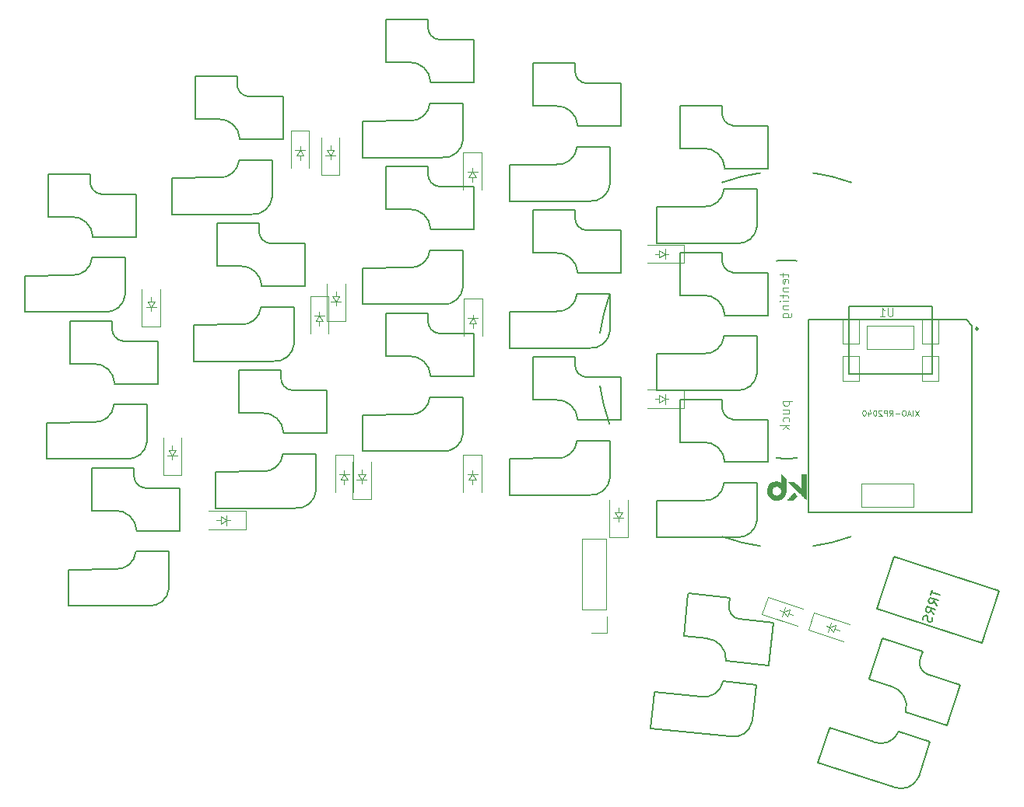
<source format=gbo>
%TF.GenerationSoftware,KiCad,Pcbnew,(6.0.8)*%
%TF.CreationDate,2022-10-28T13:14:18+09:00*%
%TF.ProjectId,selen-full_narrow,73656c65-6e2d-4667-956c-6c5f6e617272,rev?*%
%TF.SameCoordinates,Original*%
%TF.FileFunction,Legend,Bot*%
%TF.FilePolarity,Positive*%
%FSLAX46Y46*%
G04 Gerber Fmt 4.6, Leading zero omitted, Abs format (unit mm)*
G04 Created by KiCad (PCBNEW (6.0.8)) date 2022-10-28 13:14:18*
%MOMM*%
%LPD*%
G01*
G04 APERTURE LIST*
%ADD10C,0.100000*%
%ADD11C,0.150000*%
%ADD12C,0.101600*%
%ADD13C,0.076200*%
%ADD14C,0.120000*%
%ADD15C,0.200000*%
%ADD16C,0.010000*%
%ADD17C,0.127000*%
%ADD18C,0.066040*%
%ADD19C,0.254000*%
G04 APERTURE END LIST*
D10*
%TO.C,REF\u002A\u002A*%
X189181714Y-89778500D02*
X189181714Y-90159452D01*
X188848380Y-89921357D02*
X189705523Y-89921357D01*
X189800761Y-89968976D01*
X189848380Y-90064214D01*
X189848380Y-90159452D01*
X189800761Y-90873738D02*
X189848380Y-90778500D01*
X189848380Y-90588023D01*
X189800761Y-90492785D01*
X189705523Y-90445166D01*
X189324571Y-90445166D01*
X189229333Y-90492785D01*
X189181714Y-90588023D01*
X189181714Y-90778500D01*
X189229333Y-90873738D01*
X189324571Y-90921357D01*
X189419809Y-90921357D01*
X189515047Y-90445166D01*
X189181714Y-91349928D02*
X189848380Y-91349928D01*
X189276952Y-91349928D02*
X189229333Y-91397547D01*
X189181714Y-91492785D01*
X189181714Y-91635642D01*
X189229333Y-91730880D01*
X189324571Y-91778500D01*
X189848380Y-91778500D01*
X189181714Y-92111833D02*
X189181714Y-92492785D01*
X188848380Y-92254690D02*
X189705523Y-92254690D01*
X189800761Y-92302309D01*
X189848380Y-92397547D01*
X189848380Y-92492785D01*
X189848380Y-92826119D02*
X189181714Y-92826119D01*
X188848380Y-92826119D02*
X188896000Y-92778500D01*
X188943619Y-92826119D01*
X188896000Y-92873738D01*
X188848380Y-92826119D01*
X188943619Y-92826119D01*
X189181714Y-93302309D02*
X189848380Y-93302309D01*
X189276952Y-93302309D02*
X189229333Y-93349928D01*
X189181714Y-93445166D01*
X189181714Y-93588023D01*
X189229333Y-93683261D01*
X189324571Y-93730880D01*
X189848380Y-93730880D01*
X189181714Y-94635642D02*
X189991238Y-94635642D01*
X190086476Y-94588023D01*
X190134095Y-94540404D01*
X190181714Y-94445166D01*
X190181714Y-94302309D01*
X190134095Y-94207071D01*
X189800761Y-94635642D02*
X189848380Y-94540404D01*
X189848380Y-94349928D01*
X189800761Y-94254690D01*
X189753142Y-94207071D01*
X189657904Y-94159452D01*
X189372190Y-94159452D01*
X189276952Y-94207071D01*
X189229333Y-94254690D01*
X189181714Y-94349928D01*
X189181714Y-94540404D01*
X189229333Y-94635642D01*
X189245214Y-103732500D02*
X190245214Y-103732500D01*
X189292833Y-103732500D02*
X189245214Y-103827738D01*
X189245214Y-104018214D01*
X189292833Y-104113452D01*
X189340452Y-104161071D01*
X189435690Y-104208690D01*
X189721404Y-104208690D01*
X189816642Y-104161071D01*
X189864261Y-104113452D01*
X189911880Y-104018214D01*
X189911880Y-103827738D01*
X189864261Y-103732500D01*
X189245214Y-105065833D02*
X189911880Y-105065833D01*
X189245214Y-104637261D02*
X189769023Y-104637261D01*
X189864261Y-104684880D01*
X189911880Y-104780119D01*
X189911880Y-104922976D01*
X189864261Y-105018214D01*
X189816642Y-105065833D01*
X189864261Y-105970595D02*
X189911880Y-105875357D01*
X189911880Y-105684880D01*
X189864261Y-105589642D01*
X189816642Y-105542023D01*
X189721404Y-105494404D01*
X189435690Y-105494404D01*
X189340452Y-105542023D01*
X189292833Y-105589642D01*
X189245214Y-105684880D01*
X189245214Y-105875357D01*
X189292833Y-105970595D01*
X189911880Y-106399166D02*
X188911880Y-106399166D01*
X189530928Y-106494404D02*
X189911880Y-106780119D01*
X189245214Y-106780119D02*
X189626166Y-106399166D01*
D11*
%TO.C,J1*%
X205488242Y-124274403D02*
X205311661Y-124817864D01*
X206351008Y-124855150D02*
X205399952Y-124546133D01*
X205983131Y-125987360D02*
X205633253Y-125523191D01*
X206159712Y-125443900D02*
X205208656Y-125134883D01*
X205090935Y-125497190D01*
X205106793Y-125602482D01*
X205137366Y-125662485D01*
X205213228Y-125737204D01*
X205349093Y-125781349D01*
X205454385Y-125765491D01*
X205514389Y-125734918D01*
X205589107Y-125659056D01*
X205706828Y-125296749D01*
X205674114Y-126938417D02*
X205324236Y-126474247D01*
X205850695Y-126394956D02*
X204899639Y-126085939D01*
X204781918Y-126448246D01*
X204797776Y-126553538D01*
X204828349Y-126613542D01*
X204904211Y-126688260D01*
X205040076Y-126732406D01*
X205145368Y-126716547D01*
X205205372Y-126685974D01*
X205280090Y-126610112D01*
X205397811Y-126247805D01*
X205511105Y-127286009D02*
X205512248Y-127436589D01*
X205438672Y-127663031D01*
X205363954Y-127738893D01*
X205303950Y-127769467D01*
X205198658Y-127785325D01*
X205108082Y-127755895D01*
X205032220Y-127681176D01*
X205001647Y-127621172D01*
X204985788Y-127515881D01*
X204999360Y-127320012D01*
X204983502Y-127214720D01*
X204952929Y-127154716D01*
X204877067Y-127079998D01*
X204786490Y-127050568D01*
X204681198Y-127066426D01*
X204621195Y-127096999D01*
X204546476Y-127172861D01*
X204472901Y-127399303D01*
X204474044Y-127549883D01*
D12*
%TO.C,U1*%
X201181017Y-93581782D02*
X201181017Y-94301449D01*
X201138684Y-94386116D01*
X201096350Y-94428449D01*
X201011684Y-94470782D01*
X200842350Y-94470782D01*
X200757684Y-94428449D01*
X200715350Y-94386116D01*
X200673017Y-94301449D01*
X200673017Y-93581782D01*
X199784017Y-94470782D02*
X200292017Y-94470782D01*
X200038017Y-94470782D02*
X200038017Y-93581782D01*
X200122684Y-93708782D01*
X200207350Y-93793449D01*
X200292017Y-93835782D01*
D13*
X204025212Y-104720287D02*
X203618812Y-105329887D01*
X203618812Y-104720287D02*
X204025212Y-105329887D01*
X203386584Y-105329887D02*
X203386584Y-104720287D01*
X203125326Y-105155716D02*
X202835041Y-105155716D01*
X203183384Y-105329887D02*
X202980184Y-104720287D01*
X202776984Y-105329887D01*
X202457669Y-104720287D02*
X202341555Y-104720287D01*
X202283498Y-104749316D01*
X202225441Y-104807373D01*
X202196412Y-104923487D01*
X202196412Y-105126687D01*
X202225441Y-105242801D01*
X202283498Y-105300858D01*
X202341555Y-105329887D01*
X202457669Y-105329887D01*
X202515726Y-105300858D01*
X202573784Y-105242801D01*
X202602812Y-105126687D01*
X202602812Y-104923487D01*
X202573784Y-104807373D01*
X202515726Y-104749316D01*
X202457669Y-104720287D01*
X201935155Y-105097658D02*
X201470698Y-105097658D01*
X200832069Y-105329887D02*
X201035269Y-105039601D01*
X201180412Y-105329887D02*
X201180412Y-104720287D01*
X200948184Y-104720287D01*
X200890126Y-104749316D01*
X200861098Y-104778344D01*
X200832069Y-104836401D01*
X200832069Y-104923487D01*
X200861098Y-104981544D01*
X200890126Y-105010573D01*
X200948184Y-105039601D01*
X201180412Y-105039601D01*
X200570812Y-105329887D02*
X200570812Y-104720287D01*
X200338584Y-104720287D01*
X200280526Y-104749316D01*
X200251498Y-104778344D01*
X200222469Y-104836401D01*
X200222469Y-104923487D01*
X200251498Y-104981544D01*
X200280526Y-105010573D01*
X200338584Y-105039601D01*
X200570812Y-105039601D01*
X199990241Y-104778344D02*
X199961212Y-104749316D01*
X199903155Y-104720287D01*
X199758012Y-104720287D01*
X199699955Y-104749316D01*
X199670926Y-104778344D01*
X199641898Y-104836401D01*
X199641898Y-104894458D01*
X199670926Y-104981544D01*
X200019269Y-105329887D01*
X199641898Y-105329887D01*
X199264526Y-104720287D02*
X199206469Y-104720287D01*
X199148412Y-104749316D01*
X199119384Y-104778344D01*
X199090355Y-104836401D01*
X199061326Y-104952516D01*
X199061326Y-105097658D01*
X199090355Y-105213773D01*
X199119384Y-105271830D01*
X199148412Y-105300858D01*
X199206469Y-105329887D01*
X199264526Y-105329887D01*
X199322584Y-105300858D01*
X199351612Y-105271830D01*
X199380641Y-105213773D01*
X199409669Y-105097658D01*
X199409669Y-104952516D01*
X199380641Y-104836401D01*
X199351612Y-104778344D01*
X199322584Y-104749316D01*
X199264526Y-104720287D01*
X198538812Y-104923487D02*
X198538812Y-105329887D01*
X198683955Y-104691258D02*
X198829098Y-105126687D01*
X198451726Y-105126687D01*
X198103384Y-104720287D02*
X198045326Y-104720287D01*
X197987269Y-104749316D01*
X197958241Y-104778344D01*
X197929212Y-104836401D01*
X197900184Y-104952516D01*
X197900184Y-105097658D01*
X197929212Y-105213773D01*
X197958241Y-105271830D01*
X197987269Y-105300858D01*
X198045326Y-105329887D01*
X198103384Y-105329887D01*
X198161441Y-105300858D01*
X198190469Y-105271830D01*
X198219498Y-105213773D01*
X198248526Y-105097658D01*
X198248526Y-104952516D01*
X198219498Y-104836401D01*
X198190469Y-104778344D01*
X198161441Y-104749316D01*
X198103384Y-104720287D01*
D14*
%TO.C,D9*%
X154500000Y-92600000D02*
X154500000Y-96650000D01*
X155500000Y-94700000D02*
X155500000Y-94300000D01*
X156500000Y-92600000D02*
X156500000Y-96650000D01*
X155900000Y-95300000D02*
X155100000Y-95300000D01*
X155100000Y-95300000D02*
X155500000Y-94700000D01*
X155500000Y-94700000D02*
X155900000Y-95300000D01*
X156050000Y-94700000D02*
X154950000Y-94700000D01*
X156500000Y-92600000D02*
X154500000Y-92600000D01*
X155500000Y-95300000D02*
X155500000Y-95800000D01*
%TO.C,D4*%
X155448000Y-78772000D02*
X155848000Y-79372000D01*
X155448000Y-79372000D02*
X155448000Y-79872000D01*
X156448000Y-76672000D02*
X154448000Y-76672000D01*
X155998000Y-78772000D02*
X154898000Y-78772000D01*
X155448000Y-78772000D02*
X155448000Y-78372000D01*
X155848000Y-79372000D02*
X155048000Y-79372000D01*
X156448000Y-76672000D02*
X156448000Y-80722000D01*
X155048000Y-79372000D02*
X155448000Y-78772000D01*
X154448000Y-76672000D02*
X154448000Y-80722000D01*
%TO.C,D12*%
X142500000Y-109600000D02*
X142500000Y-113650000D01*
X141500000Y-112300000D02*
X141500000Y-112800000D01*
X141500000Y-111700000D02*
X141900000Y-112300000D01*
X142500000Y-109600000D02*
X140500000Y-109600000D01*
X140500000Y-109600000D02*
X140500000Y-113650000D01*
X141900000Y-112300000D02*
X141100000Y-112300000D01*
X141100000Y-112300000D02*
X141500000Y-111700000D01*
X141500000Y-111700000D02*
X141500000Y-111300000D01*
X142050000Y-111700000D02*
X140950000Y-111700000D01*
%TO.C,D17*%
X192632579Y-126751072D02*
X196484358Y-128002591D01*
X192014545Y-128653185D02*
X195866324Y-129904704D01*
X194490740Y-127827983D02*
X194150822Y-128874145D01*
X194767808Y-128916897D02*
X194320781Y-128351064D01*
X194320781Y-128351064D02*
X195015022Y-128156051D01*
X192632579Y-126751072D02*
X192014545Y-128653185D01*
X194891415Y-128536474D02*
X195366943Y-128690983D01*
X195015022Y-128156051D02*
X194767808Y-128916897D01*
X194320781Y-128351064D02*
X193940358Y-128227457D01*
D11*
%TO.C,SW1*%
X106778000Y-90071500D02*
X111828000Y-90025500D01*
X115078000Y-81196500D02*
X118853000Y-81196500D01*
X109303000Y-83646500D02*
X111853000Y-83646500D01*
X109303000Y-78996500D02*
X113853000Y-78996500D01*
X113858000Y-79721500D02*
X113858000Y-79021500D01*
X114153000Y-85846500D02*
X118853000Y-85846500D01*
X106778000Y-90117500D02*
X106778000Y-94025500D01*
X117678000Y-88117500D02*
X114068000Y-88117500D01*
X117678000Y-92071500D02*
X117678000Y-88126500D01*
X109278000Y-83621500D02*
X109278000Y-79021500D01*
X118853000Y-85821500D02*
X118878000Y-81221500D01*
X106778000Y-94025500D02*
X115403000Y-94025500D01*
X111803000Y-90021500D02*
G75*
G03*
X114063000Y-88141500I190000J2070000D01*
G01*
X113858000Y-79771500D02*
G75*
G03*
X115078000Y-81191500I1320000J-100000D01*
G01*
X114148000Y-85821500D02*
G75*
G03*
X111778000Y-83651500I-2270000J-100000D01*
G01*
X115403000Y-94025500D02*
G75*
G03*
X117667000Y-92141500I190000J2074000D01*
G01*
%TO.C,SW13*%
X154441000Y-107243750D02*
X154441000Y-103298750D01*
X143541000Y-105289750D02*
X143541000Y-109197750D01*
X146041000Y-98793750D02*
X146041000Y-94193750D01*
X154441000Y-103289750D02*
X150831000Y-103289750D01*
X146066000Y-94168750D02*
X150616000Y-94168750D01*
X143541000Y-105243750D02*
X148591000Y-105197750D01*
X155616000Y-100993750D02*
X155641000Y-96393750D01*
X146066000Y-98818750D02*
X148616000Y-98818750D01*
X143541000Y-109197750D02*
X152166000Y-109197750D01*
X151841000Y-96368750D02*
X155616000Y-96368750D01*
X150621000Y-94893750D02*
X150621000Y-94193750D01*
X150916000Y-101018750D02*
X155616000Y-101018750D01*
X148566000Y-105193750D02*
G75*
G03*
X150826000Y-103313750I190000J2070000D01*
G01*
X150621000Y-94943750D02*
G75*
G03*
X151841000Y-96363750I1320000J-100000D01*
G01*
X150911000Y-100993750D02*
G75*
G03*
X148541000Y-98823750I-2270000J-100000D01*
G01*
X152166000Y-109197750D02*
G75*
G03*
X154430000Y-107313750I190000J2074000D01*
G01*
D14*
%TO.C,D15*%
X170800000Y-116450000D02*
X171900000Y-116450000D01*
X170950000Y-115850000D02*
X171750000Y-115850000D01*
X170350000Y-118550000D02*
X170350000Y-114500000D01*
X171750000Y-115850000D02*
X171350000Y-116450000D01*
X171350000Y-116450000D02*
X170950000Y-115850000D01*
X170350000Y-118550000D02*
X172350000Y-118550000D01*
X171350000Y-115850000D02*
X171350000Y-115350000D01*
X172350000Y-118550000D02*
X172350000Y-114500000D01*
X171350000Y-116450000D02*
X171350000Y-116850000D01*
%TO.C,D8*%
X140600000Y-92900000D02*
X140200000Y-92300000D01*
X141600000Y-95000000D02*
X141600000Y-90950000D01*
X140600000Y-92900000D02*
X140600000Y-93300000D01*
X140600000Y-92300000D02*
X140600000Y-91800000D01*
X140050000Y-92900000D02*
X141150000Y-92900000D01*
X139600000Y-95000000D02*
X139600000Y-90950000D01*
X140200000Y-92300000D02*
X141000000Y-92300000D01*
X141000000Y-92300000D02*
X140600000Y-92900000D01*
X139600000Y-95000000D02*
X141600000Y-95000000D01*
%TO.C,J2*%
X167350000Y-118700000D02*
X170000000Y-118700000D01*
X170000000Y-118700000D02*
X170000000Y-126400000D01*
X170050000Y-128950000D02*
X168400000Y-128950000D01*
X170050000Y-127150000D02*
X170050000Y-128950000D01*
X167400000Y-126400000D02*
X167400000Y-118700000D01*
X170000000Y-126400000D02*
X167400000Y-126400000D01*
D11*
%TO.C,SW7*%
X136059750Y-93481000D02*
X132449750Y-93481000D01*
X127684750Y-84360000D02*
X132234750Y-84360000D01*
X137234750Y-91185000D02*
X137259750Y-86585000D01*
X127684750Y-89010000D02*
X130234750Y-89010000D01*
X136059750Y-97435000D02*
X136059750Y-93490000D01*
X132534750Y-91210000D02*
X137234750Y-91210000D01*
X125159750Y-99389000D02*
X133784750Y-99389000D01*
X133459750Y-86560000D02*
X137234750Y-86560000D01*
X127659750Y-88985000D02*
X127659750Y-84385000D01*
X125159750Y-95481000D02*
X125159750Y-99389000D01*
X132239750Y-85085000D02*
X132239750Y-84385000D01*
X125159750Y-95435000D02*
X130209750Y-95389000D01*
X130184750Y-95385000D02*
G75*
G03*
X132444750Y-93505000I190000J2070000D01*
G01*
X132239750Y-85135000D02*
G75*
G03*
X133459750Y-86555000I1320000J-100000D01*
G01*
X132529750Y-91185000D02*
G75*
G03*
X130159750Y-89015000I-2270000J-100000D01*
G01*
X133784750Y-99389000D02*
G75*
G03*
X136048750Y-97505000I190000J2074000D01*
G01*
D14*
%TO.C,D11*%
X128700000Y-116700000D02*
X129100000Y-116700000D01*
X128100000Y-117100000D02*
X128100000Y-116300000D01*
X130800000Y-117700000D02*
X130800000Y-115700000D01*
X128100000Y-116700000D02*
X127600000Y-116700000D01*
X128100000Y-116300000D02*
X128700000Y-116700000D01*
X128700000Y-116700000D02*
X128100000Y-117100000D01*
X130800000Y-115700000D02*
X126750000Y-115700000D01*
X128700000Y-117250000D02*
X128700000Y-116150000D01*
X130800000Y-117700000D02*
X126750000Y-117700000D01*
D11*
%TO.C,SW6*%
X111659750Y-99621500D02*
X111659750Y-95021500D01*
X120059750Y-108071500D02*
X120059750Y-104126500D01*
X111684750Y-99646500D02*
X114234750Y-99646500D01*
X116534750Y-101846500D02*
X121234750Y-101846500D01*
X111684750Y-94996500D02*
X116234750Y-94996500D01*
X116239750Y-95721500D02*
X116239750Y-95021500D01*
X121234750Y-101821500D02*
X121259750Y-97221500D01*
X109159750Y-106117500D02*
X109159750Y-110025500D01*
X109159750Y-106071500D02*
X114209750Y-106025500D01*
X109159750Y-110025500D02*
X117784750Y-110025500D01*
X117459750Y-97196500D02*
X121234750Y-97196500D01*
X120059750Y-104117500D02*
X116449750Y-104117500D01*
X117784750Y-110025500D02*
G75*
G03*
X120048750Y-108141500I190000J2074000D01*
G01*
X116239750Y-95771500D02*
G75*
G03*
X117459750Y-97191500I1320000J-100000D01*
G01*
X114184750Y-106021500D02*
G75*
G03*
X116444750Y-104141500I190000J2070000D01*
G01*
X116529750Y-101821500D02*
G75*
G03*
X114159750Y-99651500I-2270000J-100000D01*
G01*
%TO.C,SW11*%
X123616000Y-117821250D02*
X123641000Y-113221250D01*
X122441000Y-120117250D02*
X118831000Y-120117250D01*
X118916000Y-117846250D02*
X123616000Y-117846250D01*
X114066000Y-110996250D02*
X118616000Y-110996250D01*
X111541000Y-126025250D02*
X120166000Y-126025250D01*
X114041000Y-115621250D02*
X114041000Y-111021250D01*
X111541000Y-122071250D02*
X116591000Y-122025250D01*
X119841000Y-113196250D02*
X123616000Y-113196250D01*
X122441000Y-124071250D02*
X122441000Y-120126250D01*
X114066000Y-115646250D02*
X116616000Y-115646250D01*
X118621000Y-111721250D02*
X118621000Y-111021250D01*
X111541000Y-122117250D02*
X111541000Y-126025250D01*
X118911000Y-117821250D02*
G75*
G03*
X116541000Y-115651250I-2270000J-100000D01*
G01*
X120166000Y-126025250D02*
G75*
G03*
X122430000Y-124141250I190000J2074000D01*
G01*
X116566000Y-122021250D02*
G75*
G03*
X118826000Y-120141250I190000J2070000D01*
G01*
X118621000Y-111771250D02*
G75*
G03*
X119841000Y-113191250I1320000J-100000D01*
G01*
%TO.C,SW8*%
X146066000Y-78168750D02*
X150616000Y-78168750D01*
X150916000Y-85018750D02*
X155616000Y-85018750D01*
X143541000Y-89243750D02*
X148591000Y-89197750D01*
X143541000Y-89289750D02*
X143541000Y-93197750D01*
X151841000Y-80368750D02*
X155616000Y-80368750D01*
X154441000Y-91243750D02*
X154441000Y-87298750D01*
X150621000Y-78893750D02*
X150621000Y-78193750D01*
X155616000Y-84993750D02*
X155641000Y-80393750D01*
X143541000Y-93197750D02*
X152166000Y-93197750D01*
X146041000Y-82793750D02*
X146041000Y-78193750D01*
X154441000Y-87289750D02*
X150831000Y-87289750D01*
X146066000Y-82818750D02*
X148616000Y-82818750D01*
X152166000Y-93197750D02*
G75*
G03*
X154430000Y-91313750I190000J2074000D01*
G01*
X150621000Y-78943750D02*
G75*
G03*
X151841000Y-80363750I1320000J-100000D01*
G01*
X150911000Y-84993750D02*
G75*
G03*
X148541000Y-82823750I-2270000J-100000D01*
G01*
X148566000Y-89193750D02*
G75*
G03*
X150826000Y-87313750I190000J2070000D01*
G01*
%TO.C,SW10*%
X175540000Y-102563750D02*
X184165000Y-102563750D01*
X178040000Y-92159750D02*
X178040000Y-87559750D01*
X178065000Y-87534750D02*
X182615000Y-87534750D01*
X186440000Y-96655750D02*
X182830000Y-96655750D01*
X182620000Y-88259750D02*
X182620000Y-87559750D01*
X175540000Y-98655750D02*
X175540000Y-102563750D01*
X182915000Y-94384750D02*
X187615000Y-94384750D01*
X187615000Y-94359750D02*
X187640000Y-89759750D01*
X178065000Y-92184750D02*
X180615000Y-92184750D01*
X186440000Y-100609750D02*
X186440000Y-96664750D01*
X183840000Y-89734750D02*
X187615000Y-89734750D01*
X175540000Y-98609750D02*
X180590000Y-98563750D01*
X180565000Y-98559750D02*
G75*
G03*
X182825000Y-96679750I190000J2070000D01*
G01*
X184165000Y-102563750D02*
G75*
G03*
X186429000Y-100679750I190000J2074000D01*
G01*
X182910000Y-94359750D02*
G75*
G03*
X180540000Y-92189750I-2270000J-100000D01*
G01*
X182620000Y-88309750D02*
G75*
G03*
X183840000Y-89729750I1320000J-100000D01*
G01*
%TO.C,SW15*%
X182620000Y-104260000D02*
X182620000Y-103560000D01*
X178065000Y-108185000D02*
X180615000Y-108185000D01*
X178040000Y-108160000D02*
X178040000Y-103560000D01*
X175540000Y-114656000D02*
X175540000Y-118564000D01*
X183840000Y-105735000D02*
X187615000Y-105735000D01*
X186440000Y-112656000D02*
X182830000Y-112656000D01*
X182915000Y-110385000D02*
X187615000Y-110385000D01*
X175540000Y-118564000D02*
X184165000Y-118564000D01*
X187615000Y-110360000D02*
X187640000Y-105760000D01*
X178065000Y-103535000D02*
X182615000Y-103535000D01*
X175540000Y-114610000D02*
X180590000Y-114564000D01*
X186440000Y-116610000D02*
X186440000Y-112665000D01*
X182910000Y-110360000D02*
G75*
G03*
X180540000Y-108190000I-2270000J-100000D01*
G01*
X184165000Y-118564000D02*
G75*
G03*
X186429000Y-116680000I190000J2074000D01*
G01*
X180565000Y-114560000D02*
G75*
G03*
X182825000Y-112680000I190000J2070000D01*
G01*
X182620000Y-104310000D02*
G75*
G03*
X183840000Y-105730000I1320000J-100000D01*
G01*
%TO.C,SW3*%
X146041000Y-66793750D02*
X146041000Y-62193750D01*
X151841000Y-64368750D02*
X155616000Y-64368750D01*
X154441000Y-75243750D02*
X154441000Y-71298750D01*
X146066000Y-62168750D02*
X150616000Y-62168750D01*
X146066000Y-66818750D02*
X148616000Y-66818750D01*
X150621000Y-62893750D02*
X150621000Y-62193750D01*
X143541000Y-73243750D02*
X148591000Y-73197750D01*
X143541000Y-73289750D02*
X143541000Y-77197750D01*
X143541000Y-77197750D02*
X152166000Y-77197750D01*
X154441000Y-71289750D02*
X150831000Y-71289750D01*
X155616000Y-68993750D02*
X155641000Y-64393750D01*
X150916000Y-69018750D02*
X155616000Y-69018750D01*
X148566000Y-73193750D02*
G75*
G03*
X150826000Y-71313750I190000J2070000D01*
G01*
X152166000Y-77197750D02*
G75*
G03*
X154430000Y-75313750I190000J2074000D01*
G01*
X150621000Y-62943750D02*
G75*
G03*
X151841000Y-64363750I1320000J-100000D01*
G01*
X150911000Y-68993750D02*
G75*
G03*
X148541000Y-66823750I-2270000J-100000D01*
G01*
%TO.C,SW16*%
X186312926Y-134625297D02*
X182722702Y-134247949D01*
X174855083Y-139361572D02*
X183432835Y-140263130D01*
X175268389Y-135429233D02*
X180295533Y-135911354D01*
X187721487Y-132464696D02*
X188227181Y-127892508D01*
X175263580Y-135474981D02*
X174855083Y-139361572D01*
X183044621Y-131998275D02*
X187718873Y-132489559D01*
X183391473Y-125875993D02*
X183464643Y-125179827D01*
X184450611Y-127470437D02*
X188204931Y-127865032D01*
X178937209Y-124678837D02*
X183462284Y-125154442D01*
X185899621Y-138557637D02*
X186311985Y-134634248D01*
X178428902Y-129275888D02*
X178909733Y-124701087D01*
X178451152Y-129303364D02*
X180987183Y-129569912D01*
X183432835Y-140263130D02*
G75*
G03*
X185881364Y-138626104I405751J2042778D01*
G01*
X183042261Y-131972889D02*
G75*
G03*
X180912071Y-129567045I-2268017J137827D01*
G01*
X180271088Y-135904762D02*
G75*
G03*
X182715221Y-134271295I405333J2038800D01*
G01*
X183386247Y-125925719D02*
G75*
G03*
X184451133Y-127465465I1302316J-237430D01*
G01*
D14*
%TO.C,D3*%
X141000000Y-79100000D02*
X141000000Y-75050000D01*
X140400000Y-76400000D02*
X140000000Y-77000000D01*
X140000000Y-77000000D02*
X139600000Y-76400000D01*
X139000000Y-79100000D02*
X141000000Y-79100000D01*
X139600000Y-76400000D02*
X140400000Y-76400000D01*
X139450000Y-77000000D02*
X140550000Y-77000000D01*
X140000000Y-76400000D02*
X140000000Y-75900000D01*
X140000000Y-77000000D02*
X140000000Y-77400000D01*
X139000000Y-79100000D02*
X139000000Y-75050000D01*
%TO.C,D5*%
X175800000Y-87700000D02*
X175300000Y-87700000D01*
X176400000Y-88250000D02*
X176400000Y-87150000D01*
X175800000Y-88100000D02*
X175800000Y-87300000D01*
X178500000Y-88700000D02*
X174450000Y-88700000D01*
X175800000Y-87300000D02*
X176400000Y-87700000D01*
X176400000Y-87700000D02*
X176800000Y-87700000D01*
X178500000Y-86700000D02*
X174450000Y-86700000D01*
X178500000Y-88700000D02*
X178500000Y-86700000D01*
X176400000Y-87700000D02*
X175800000Y-88100000D01*
%TO.C,D1*%
X120100000Y-92900000D02*
X120900000Y-92900000D01*
X120500000Y-93500000D02*
X120100000Y-92900000D01*
X120500000Y-92900000D02*
X120500000Y-92400000D01*
X119500000Y-95600000D02*
X119500000Y-91550000D01*
X120500000Y-93500000D02*
X120500000Y-93900000D01*
X119950000Y-93500000D02*
X121050000Y-93500000D01*
X120900000Y-92900000D02*
X120500000Y-93500000D01*
X119500000Y-95600000D02*
X121500000Y-95600000D01*
X121500000Y-95600000D02*
X121500000Y-91550000D01*
D11*
%TO.C,SW2*%
X129858500Y-69085000D02*
X129858500Y-68385000D01*
X125303500Y-68360000D02*
X129853500Y-68360000D01*
X122778500Y-79435000D02*
X127828500Y-79389000D01*
X133678500Y-81435000D02*
X133678500Y-77490000D01*
X131078500Y-70560000D02*
X134853500Y-70560000D01*
X122778500Y-83389000D02*
X131403500Y-83389000D01*
X125303500Y-73010000D02*
X127853500Y-73010000D01*
X130153500Y-75210000D02*
X134853500Y-75210000D01*
X122778500Y-79481000D02*
X122778500Y-83389000D01*
X133678500Y-77481000D02*
X130068500Y-77481000D01*
X134853500Y-75185000D02*
X134878500Y-70585000D01*
X125278500Y-72985000D02*
X125278500Y-68385000D01*
X129858500Y-69135000D02*
G75*
G03*
X131078500Y-70555000I1320000J-100000D01*
G01*
X130148500Y-75185000D02*
G75*
G03*
X127778500Y-73015000I-2270000J-100000D01*
G01*
X127803500Y-79385000D02*
G75*
G03*
X130063500Y-77505000I190000J2070000D01*
G01*
X131403500Y-83389000D02*
G75*
G03*
X133667500Y-81505000I190000J2074000D01*
G01*
D15*
%TO.C,REF\u002A\u002A*%
X169329999Y-102057500D02*
G75*
G03*
X170363865Y-106208046I20320001J2857500D01*
G01*
X188521615Y-109935864D02*
G75*
G03*
X189650000Y-109995000I1128379J10735785D01*
G01*
X196658049Y-79913867D02*
G75*
G03*
X192507500Y-78880000I-7008049J-19286133D01*
G01*
X189650000Y-109995001D02*
G75*
G03*
X190778385Y-109935864I0J10794901D01*
G01*
X170363865Y-92191956D02*
G75*
G03*
X169330000Y-96342500I19286255J-7008074D01*
G01*
X182641955Y-118486135D02*
G75*
G03*
X186792500Y-119520000I7008045J19286135D01*
G01*
X189650000Y-88405000D02*
G75*
G03*
X188521615Y-88464136I-6J-10794921D01*
G01*
X190778385Y-88464137D02*
G75*
G03*
X189650000Y-88405000I-1128385J-10735763D01*
G01*
X186792500Y-78879999D02*
G75*
G03*
X182641954Y-79913865I2857500J-20320001D01*
G01*
X192507500Y-119520000D02*
G75*
G03*
X196658045Y-118486135I-2857506J20320019D01*
G01*
G36*
X189527717Y-113630364D02*
G01*
X189525104Y-113658759D01*
X189516235Y-113705209D01*
X189478682Y-113832369D01*
X189423516Y-113958232D01*
X189353824Y-114076414D01*
X189272693Y-114180534D01*
X189264299Y-114189700D01*
X189155987Y-114290026D01*
X189033567Y-114374023D01*
X188900394Y-114440002D01*
X188759826Y-114486277D01*
X188615218Y-114511158D01*
X188514972Y-114515641D01*
X188366551Y-114504242D01*
X188223132Y-114471989D01*
X188086896Y-114419966D01*
X187960021Y-114349252D01*
X187844688Y-114260930D01*
X187743075Y-114156081D01*
X187657363Y-114035788D01*
X187600108Y-113928869D01*
X187546963Y-113789633D01*
X187515607Y-113645069D01*
X187509103Y-113548705D01*
X188004342Y-113548705D01*
X188004624Y-113553995D01*
X188008942Y-113609298D01*
X188016299Y-113651590D01*
X188028944Y-113690198D01*
X188049125Y-113734444D01*
X188070613Y-113772771D01*
X188112098Y-113831565D01*
X188160155Y-113887021D01*
X188209478Y-113933215D01*
X188254764Y-113964219D01*
X188270931Y-113971995D01*
X188311836Y-113989355D01*
X188354833Y-114005441D01*
X188427660Y-114024729D01*
X188531361Y-114033250D01*
X188632902Y-114020456D01*
X188729688Y-113987324D01*
X188819120Y-113934831D01*
X188898601Y-113863954D01*
X188965535Y-113775671D01*
X188994189Y-113721526D01*
X189024621Y-113627507D01*
X189035193Y-113529958D01*
X189026887Y-113432010D01*
X189000685Y-113336797D01*
X188957572Y-113247450D01*
X188898529Y-113167104D01*
X188824539Y-113098890D01*
X188736587Y-113045941D01*
X188722584Y-113039655D01*
X188624238Y-113009030D01*
X188522886Y-112998848D01*
X188421982Y-113008168D01*
X188324983Y-113036046D01*
X188235347Y-113081542D01*
X188156530Y-113143712D01*
X188091988Y-113221616D01*
X188074218Y-113250145D01*
X188030566Y-113343568D01*
X188007710Y-113441460D01*
X188004342Y-113548705D01*
X187509103Y-113548705D01*
X187505316Y-113492591D01*
X187508877Y-113402921D01*
X187531558Y-113252642D01*
X187574310Y-113110673D01*
X187636120Y-112978688D01*
X187715978Y-112858363D01*
X187812872Y-112751374D01*
X187925792Y-112659394D01*
X188053725Y-112584101D01*
X188123576Y-112551462D01*
X188198714Y-112522245D01*
X188270366Y-112502753D01*
X188346849Y-112490816D01*
X188436484Y-112484264D01*
X188454296Y-112483596D01*
X188593497Y-112490034D01*
X188723880Y-112517710D01*
X188846096Y-112566814D01*
X188960793Y-112637536D01*
X188984927Y-112654738D01*
X189009773Y-112671081D01*
X189022204Y-112677395D01*
X189023112Y-112673365D01*
X189024561Y-112649558D01*
X189025888Y-112606435D01*
X189027057Y-112546360D01*
X189028033Y-112471698D01*
X189028783Y-112384812D01*
X189029272Y-112288067D01*
X189029464Y-112183827D01*
X189029612Y-111690259D01*
X189537316Y-112200285D01*
X189537229Y-112891999D01*
X189537226Y-112903735D01*
X189536965Y-113054209D01*
X189536301Y-113191481D01*
X189535257Y-113314137D01*
X189533854Y-113420766D01*
X189532115Y-113509955D01*
X189531531Y-113529958D01*
X189530062Y-113580292D01*
X189527717Y-113630364D01*
G37*
D16*
X189527717Y-113630364D02*
X189525104Y-113658759D01*
X189516235Y-113705209D01*
X189478682Y-113832369D01*
X189423516Y-113958232D01*
X189353824Y-114076414D01*
X189272693Y-114180534D01*
X189264299Y-114189700D01*
X189155987Y-114290026D01*
X189033567Y-114374023D01*
X188900394Y-114440002D01*
X188759826Y-114486277D01*
X188615218Y-114511158D01*
X188514972Y-114515641D01*
X188366551Y-114504242D01*
X188223132Y-114471989D01*
X188086896Y-114419966D01*
X187960021Y-114349252D01*
X187844688Y-114260930D01*
X187743075Y-114156081D01*
X187657363Y-114035788D01*
X187600108Y-113928869D01*
X187546963Y-113789633D01*
X187515607Y-113645069D01*
X187509103Y-113548705D01*
X188004342Y-113548705D01*
X188004624Y-113553995D01*
X188008942Y-113609298D01*
X188016299Y-113651590D01*
X188028944Y-113690198D01*
X188049125Y-113734444D01*
X188070613Y-113772771D01*
X188112098Y-113831565D01*
X188160155Y-113887021D01*
X188209478Y-113933215D01*
X188254764Y-113964219D01*
X188270931Y-113971995D01*
X188311836Y-113989355D01*
X188354833Y-114005441D01*
X188427660Y-114024729D01*
X188531361Y-114033250D01*
X188632902Y-114020456D01*
X188729688Y-113987324D01*
X188819120Y-113934831D01*
X188898601Y-113863954D01*
X188965535Y-113775671D01*
X188994189Y-113721526D01*
X189024621Y-113627507D01*
X189035193Y-113529958D01*
X189026887Y-113432010D01*
X189000685Y-113336797D01*
X188957572Y-113247450D01*
X188898529Y-113167104D01*
X188824539Y-113098890D01*
X188736587Y-113045941D01*
X188722584Y-113039655D01*
X188624238Y-113009030D01*
X188522886Y-112998848D01*
X188421982Y-113008168D01*
X188324983Y-113036046D01*
X188235347Y-113081542D01*
X188156530Y-113143712D01*
X188091988Y-113221616D01*
X188074218Y-113250145D01*
X188030566Y-113343568D01*
X188007710Y-113441460D01*
X188004342Y-113548705D01*
X187509103Y-113548705D01*
X187505316Y-113492591D01*
X187508877Y-113402921D01*
X187531558Y-113252642D01*
X187574310Y-113110673D01*
X187636120Y-112978688D01*
X187715978Y-112858363D01*
X187812872Y-112751374D01*
X187925792Y-112659394D01*
X188053725Y-112584101D01*
X188123576Y-112551462D01*
X188198714Y-112522245D01*
X188270366Y-112502753D01*
X188346849Y-112490816D01*
X188436484Y-112484264D01*
X188454296Y-112483596D01*
X188593497Y-112490034D01*
X188723880Y-112517710D01*
X188846096Y-112566814D01*
X188960793Y-112637536D01*
X188984927Y-112654738D01*
X189009773Y-112671081D01*
X189022204Y-112677395D01*
X189023112Y-112673365D01*
X189024561Y-112649558D01*
X189025888Y-112606435D01*
X189027057Y-112546360D01*
X189028033Y-112471698D01*
X189028783Y-112384812D01*
X189029272Y-112288067D01*
X189029464Y-112183827D01*
X189029612Y-111690259D01*
X189537316Y-112200285D01*
X189537229Y-112891999D01*
X189537226Y-112903735D01*
X189536965Y-113054209D01*
X189536301Y-113191481D01*
X189535257Y-113314137D01*
X189533854Y-113420766D01*
X189532115Y-113509955D01*
X189531531Y-113529958D01*
X189530062Y-113580292D01*
X189527717Y-113630364D01*
G36*
X190437184Y-113716669D02*
G01*
X190449413Y-113726717D01*
X190474895Y-113750337D01*
X190511042Y-113785050D01*
X190555266Y-113828375D01*
X190604979Y-113877830D01*
X190766014Y-114039174D01*
X190732132Y-114076989D01*
X190728955Y-114080481D01*
X190707087Y-114103690D01*
X190672741Y-114139436D01*
X190628925Y-114184616D01*
X190578642Y-114236129D01*
X190524900Y-114290872D01*
X190351550Y-114466941D01*
X189731536Y-114466941D01*
X189759837Y-114433306D01*
X189762130Y-114430615D01*
X189782798Y-114407386D01*
X189815556Y-114371546D01*
X189858416Y-114325201D01*
X189909388Y-114270458D01*
X189966484Y-114209423D01*
X190027714Y-114144204D01*
X190091089Y-114076906D01*
X190154622Y-114009636D01*
X190216321Y-113944501D01*
X190274200Y-113883607D01*
X190326267Y-113829061D01*
X190370536Y-113782969D01*
X190405015Y-113747438D01*
X190427718Y-113724575D01*
X190436653Y-113716486D01*
X190437184Y-113716669D01*
G37*
X190437184Y-113716669D02*
X190449413Y-113726717D01*
X190474895Y-113750337D01*
X190511042Y-113785050D01*
X190555266Y-113828375D01*
X190604979Y-113877830D01*
X190766014Y-114039174D01*
X190732132Y-114076989D01*
X190728955Y-114080481D01*
X190707087Y-114103690D01*
X190672741Y-114139436D01*
X190628925Y-114184616D01*
X190578642Y-114236129D01*
X190524900Y-114290872D01*
X190351550Y-114466941D01*
X189731536Y-114466941D01*
X189759837Y-114433306D01*
X189762130Y-114430615D01*
X189782798Y-114407386D01*
X189815556Y-114371546D01*
X189858416Y-114325201D01*
X189909388Y-114270458D01*
X189966484Y-114209423D01*
X190027714Y-114144204D01*
X190091089Y-114076906D01*
X190154622Y-114009636D01*
X190216321Y-113944501D01*
X190274200Y-113883607D01*
X190326267Y-113829061D01*
X190370536Y-113782969D01*
X190405015Y-113747438D01*
X190427718Y-113724575D01*
X190436653Y-113716486D01*
X190437184Y-113716669D01*
G36*
X191730952Y-114426356D02*
G01*
X191640108Y-114334080D01*
X191626327Y-114320084D01*
X191594466Y-114287731D01*
X191548519Y-114241077D01*
X191489703Y-114181359D01*
X191419236Y-114109814D01*
X191338337Y-114027677D01*
X191248222Y-113936184D01*
X191150110Y-113836573D01*
X191045218Y-113730080D01*
X190934764Y-113617940D01*
X190819965Y-113501391D01*
X190702040Y-113381668D01*
X189854816Y-112521531D01*
X190143184Y-112518438D01*
X190431552Y-112515344D01*
X191234498Y-113318044D01*
X191234498Y-111684486D01*
X191730952Y-111684486D01*
X191730952Y-114426356D01*
G37*
X191730952Y-114426356D02*
X191640108Y-114334080D01*
X191626327Y-114320084D01*
X191594466Y-114287731D01*
X191548519Y-114241077D01*
X191489703Y-114181359D01*
X191419236Y-114109814D01*
X191338337Y-114027677D01*
X191248222Y-113936184D01*
X191150110Y-113836573D01*
X191045218Y-113730080D01*
X190934764Y-113617940D01*
X190819965Y-113501391D01*
X190702040Y-113381668D01*
X189854816Y-112521531D01*
X190143184Y-112518438D01*
X190431552Y-112515344D01*
X191234498Y-113318044D01*
X191234498Y-111684486D01*
X191730952Y-111684486D01*
X191730952Y-114426356D01*
D11*
%TO.C,SW9*%
X170440500Y-96006250D02*
X170440500Y-92061250D01*
X159540500Y-94006250D02*
X164590500Y-93960250D01*
X162065500Y-87581250D02*
X164615500Y-87581250D01*
X170440500Y-92052250D02*
X166830500Y-92052250D01*
X162040500Y-87556250D02*
X162040500Y-82956250D01*
X159540500Y-94052250D02*
X159540500Y-97960250D01*
X171615500Y-89756250D02*
X171640500Y-85156250D01*
X162065500Y-82931250D02*
X166615500Y-82931250D01*
X167840500Y-85131250D02*
X171615500Y-85131250D01*
X166915500Y-89781250D02*
X171615500Y-89781250D01*
X159540500Y-97960250D02*
X168165500Y-97960250D01*
X166620500Y-83656250D02*
X166620500Y-82956250D01*
X168165500Y-97960250D02*
G75*
G03*
X170429500Y-96076250I190000J2074000D01*
G01*
X166910500Y-89756250D02*
G75*
G03*
X164540500Y-87586250I-2270000J-100000D01*
G01*
X164565500Y-93956250D02*
G75*
G03*
X166825500Y-92076250I190000J2070000D01*
G01*
X166620500Y-83706250D02*
G75*
G03*
X167840500Y-85126250I1320000J-100000D01*
G01*
%TO.C,SW5*%
X183840000Y-73734750D02*
X187615000Y-73734750D01*
X187615000Y-78359750D02*
X187640000Y-73759750D01*
X186440000Y-80655750D02*
X182830000Y-80655750D01*
X178040000Y-76159750D02*
X178040000Y-71559750D01*
X186440000Y-84609750D02*
X186440000Y-80664750D01*
X182620000Y-72259750D02*
X182620000Y-71559750D01*
X178065000Y-71534750D02*
X182615000Y-71534750D01*
X175540000Y-82609750D02*
X180590000Y-82563750D01*
X175540000Y-86563750D02*
X184165000Y-86563750D01*
X175540000Y-82655750D02*
X175540000Y-86563750D01*
X182915000Y-78384750D02*
X187615000Y-78384750D01*
X178065000Y-76184750D02*
X180615000Y-76184750D01*
X182620000Y-72309750D02*
G75*
G03*
X183840000Y-73729750I1320000J-100000D01*
G01*
X180565000Y-82559750D02*
G75*
G03*
X182825000Y-80679750I190000J2070000D01*
G01*
X184165000Y-86563750D02*
G75*
G03*
X186429000Y-84679750I190000J2074000D01*
G01*
X182910000Y-78359750D02*
G75*
G03*
X180540000Y-76189750I-2270000J-100000D01*
G01*
D14*
%TO.C,D16*%
X187594481Y-125057303D02*
X186976447Y-126959416D01*
X189729710Y-127223128D02*
X189282683Y-126657295D01*
X189282683Y-126657295D02*
X189976924Y-126462282D01*
X186976447Y-126959416D02*
X190828226Y-128210935D01*
X187594481Y-125057303D02*
X191446260Y-126308822D01*
X189452642Y-126134214D02*
X189112724Y-127180376D01*
X189976924Y-126462282D02*
X189729710Y-127223128D01*
X189853317Y-126842705D02*
X190328845Y-126997214D01*
X189282683Y-126657295D02*
X188902260Y-126533688D01*
%TO.C,D13*%
X143400000Y-112300000D02*
X143400000Y-112700000D01*
X143400000Y-112300000D02*
X143000000Y-111700000D01*
X142400000Y-114400000D02*
X144400000Y-114400000D01*
X142400000Y-114400000D02*
X142400000Y-110350000D01*
X143000000Y-111700000D02*
X143800000Y-111700000D01*
X142850000Y-112300000D02*
X143950000Y-112300000D01*
X143400000Y-111700000D02*
X143400000Y-111200000D01*
X144400000Y-114400000D02*
X144400000Y-110350000D01*
X143800000Y-111700000D02*
X143400000Y-112300000D01*
%TO.C,D10*%
X176400000Y-104050000D02*
X176400000Y-102950000D01*
X178500000Y-102500000D02*
X174450000Y-102500000D01*
X178500000Y-104500000D02*
X174450000Y-104500000D01*
X175800000Y-103100000D02*
X176400000Y-103500000D01*
X178500000Y-104500000D02*
X178500000Y-102500000D01*
X175800000Y-103900000D02*
X175800000Y-103100000D01*
X176400000Y-103500000D02*
X176800000Y-103500000D01*
X175800000Y-103500000D02*
X175300000Y-103500000D01*
X176400000Y-103500000D02*
X175800000Y-103900000D01*
D11*
%TO.C,SW17*%
X198665985Y-134009459D02*
X201091179Y-134797453D01*
X198649934Y-133977957D02*
X200071412Y-129603097D01*
X193057280Y-143100207D02*
X201260143Y-145765479D01*
X194279133Y-139339729D02*
X199096183Y-140856517D01*
X205249469Y-140849650D02*
X201816154Y-139734099D01*
X204027615Y-144610128D02*
X205246687Y-140858210D01*
X200102914Y-129587046D02*
X204430221Y-130993074D01*
X204915428Y-133463944D02*
X208505667Y-134630483D01*
X204210939Y-131684135D02*
X204427251Y-131018395D01*
X207076463Y-139029120D02*
X208521718Y-134661985D01*
X202598772Y-137600516D02*
X207068738Y-139052896D01*
X194264919Y-139383478D02*
X193057280Y-143100207D01*
X204195488Y-131731688D02*
G75*
G03*
X204916973Y-133459189I1224493J-503008D01*
G01*
X199073643Y-140844987D02*
G75*
G03*
X201803983Y-139755379I820366J1909974D01*
G01*
X201260143Y-145765479D02*
G75*
G03*
X203995523Y-144673303I821602J1913778D01*
G01*
X202601742Y-137575195D02*
G75*
G03*
X201018305Y-134779032I-2189800J606363D01*
G01*
%TO.C,SW12*%
X130041000Y-104985000D02*
X130041000Y-100385000D01*
X138441000Y-113435000D02*
X138441000Y-109490000D01*
X127541000Y-115389000D02*
X136166000Y-115389000D01*
X127541000Y-111481000D02*
X127541000Y-115389000D01*
X139616000Y-107185000D02*
X139641000Y-102585000D01*
X127541000Y-111435000D02*
X132591000Y-111389000D01*
X134916000Y-107210000D02*
X139616000Y-107210000D01*
X138441000Y-109481000D02*
X134831000Y-109481000D01*
X134621000Y-101085000D02*
X134621000Y-100385000D01*
X135841000Y-102560000D02*
X139616000Y-102560000D01*
X130066000Y-100360000D02*
X134616000Y-100360000D01*
X130066000Y-105010000D02*
X132616000Y-105010000D01*
X134911000Y-107185000D02*
G75*
G03*
X132541000Y-105015000I-2270000J-100000D01*
G01*
X132566000Y-111385000D02*
G75*
G03*
X134826000Y-109505000I190000J2070000D01*
G01*
X134621000Y-101135000D02*
G75*
G03*
X135841000Y-102555000I1320000J-100000D01*
G01*
X136166000Y-115389000D02*
G75*
G03*
X138430000Y-113505000I190000J2074000D01*
G01*
D14*
%TO.C,D14*%
X156448000Y-109600000D02*
X154448000Y-109600000D01*
X155048000Y-112300000D02*
X155448000Y-111700000D01*
X155448000Y-111700000D02*
X155448000Y-111300000D01*
X156448000Y-109600000D02*
X156448000Y-113650000D01*
X155998000Y-111700000D02*
X154898000Y-111700000D01*
X155448000Y-111700000D02*
X155848000Y-112300000D01*
X155448000Y-112300000D02*
X155448000Y-112800000D01*
X155848000Y-112300000D02*
X155048000Y-112300000D01*
X154448000Y-109600000D02*
X154448000Y-113650000D01*
D11*
%TO.C,J1*%
X201364261Y-120660554D02*
X212776939Y-124368758D01*
X199510159Y-126366893D02*
X201364261Y-120660554D01*
X210922837Y-130075097D02*
X199510159Y-126366893D01*
X212776939Y-124368758D02*
X210922837Y-130075097D01*
D14*
%TO.C,D2*%
X137100000Y-77000000D02*
X136300000Y-77000000D01*
X137700000Y-74300000D02*
X137700000Y-78350000D01*
X136700000Y-77000000D02*
X136700000Y-77500000D01*
X137700000Y-74300000D02*
X135700000Y-74300000D01*
X135700000Y-74300000D02*
X135700000Y-78350000D01*
X136700000Y-76400000D02*
X137100000Y-77000000D01*
X137250000Y-76400000D02*
X136150000Y-76400000D01*
X136700000Y-76400000D02*
X136700000Y-76000000D01*
X136300000Y-77000000D02*
X136700000Y-76400000D01*
D11*
%TO.C,SW14*%
X162040500Y-103556250D02*
X162040500Y-98956250D01*
X166915500Y-105781250D02*
X171615500Y-105781250D01*
X162065500Y-98931250D02*
X166615500Y-98931250D01*
X171615500Y-105756250D02*
X171640500Y-101156250D01*
X170440500Y-108052250D02*
X166830500Y-108052250D01*
X167840500Y-101131250D02*
X171615500Y-101131250D01*
X159540500Y-110052250D02*
X159540500Y-113960250D01*
X170440500Y-112006250D02*
X170440500Y-108061250D01*
X159540500Y-110006250D02*
X164590500Y-109960250D01*
X162065500Y-103581250D02*
X164615500Y-103581250D01*
X159540500Y-113960250D02*
X168165500Y-113960250D01*
X166620500Y-99656250D02*
X166620500Y-98956250D01*
X168165500Y-113960250D02*
G75*
G03*
X170429500Y-112076250I190000J2074000D01*
G01*
X166620500Y-99706250D02*
G75*
G03*
X167840500Y-101126250I1320000J-100000D01*
G01*
X164565500Y-109956250D02*
G75*
G03*
X166825500Y-108076250I190000J2070000D01*
G01*
X166910500Y-105756250D02*
G75*
G03*
X164540500Y-103586250I-2270000J-100000D01*
G01*
D14*
%TO.C,D7*%
X139200000Y-95000000D02*
X138400000Y-95000000D01*
X138800000Y-94400000D02*
X138800000Y-94000000D01*
X138800000Y-95000000D02*
X138800000Y-95500000D01*
X139800000Y-92300000D02*
X137800000Y-92300000D01*
X138800000Y-94400000D02*
X139200000Y-95000000D01*
X139350000Y-94400000D02*
X138250000Y-94400000D01*
X139800000Y-92300000D02*
X139800000Y-96350000D01*
X137800000Y-92300000D02*
X137800000Y-96350000D01*
X138400000Y-95000000D02*
X138800000Y-94400000D01*
D11*
%TO.C,SW4*%
X166915500Y-73781250D02*
X171615500Y-73781250D01*
X159540500Y-78052250D02*
X159540500Y-81960250D01*
X166620500Y-67656250D02*
X166620500Y-66956250D01*
X162040500Y-71556250D02*
X162040500Y-66956250D01*
X159540500Y-81960250D02*
X168165500Y-81960250D01*
X167840500Y-69131250D02*
X171615500Y-69131250D01*
X171615500Y-73756250D02*
X171640500Y-69156250D01*
X170440500Y-76052250D02*
X166830500Y-76052250D01*
X162065500Y-66931250D02*
X166615500Y-66931250D01*
X170440500Y-80006250D02*
X170440500Y-76061250D01*
X159540500Y-78006250D02*
X164590500Y-77960250D01*
X162065500Y-71581250D02*
X164615500Y-71581250D01*
X168165500Y-81960250D02*
G75*
G03*
X170429500Y-80076250I190000J2074000D01*
G01*
X164565500Y-77956250D02*
G75*
G03*
X166825500Y-76076250I190000J2070000D01*
G01*
X166620500Y-67706250D02*
G75*
G03*
X167840500Y-69126250I1320000J-100000D01*
G01*
X166910500Y-73756250D02*
G75*
G03*
X164540500Y-71586250I-2270000J-100000D01*
G01*
D17*
%TO.C,U1*%
X209838184Y-115849116D02*
X192040404Y-115849116D01*
X205443984Y-100779296D02*
X205443984Y-93425996D01*
X209838184Y-95521496D02*
X209838184Y-115849116D01*
D18*
X203488184Y-115214116D02*
X197773184Y-115214116D01*
X206155184Y-97434116D02*
X204377184Y-97434116D01*
X203488184Y-98069116D02*
X198408184Y-98069116D01*
X197519184Y-97434116D02*
X195741184Y-97434116D01*
X195741184Y-101500656D02*
X195741184Y-98831116D01*
X203488184Y-95529116D02*
X198408184Y-95529116D01*
X203488184Y-98069116D02*
X203488184Y-95529116D01*
D17*
X209167624Y-94850936D02*
X209838184Y-95521496D01*
D18*
X197773184Y-115214116D02*
X197773184Y-112674116D01*
X206155184Y-94767116D02*
X204377184Y-94767116D01*
X203488184Y-115214116D02*
X203488184Y-112674116D01*
X203488184Y-112674116D02*
X197773184Y-112674116D01*
X197519184Y-98831116D02*
X195741184Y-98831116D01*
X204377184Y-97434116D02*
X204377184Y-94767116D01*
X195741184Y-97434116D02*
X195741184Y-94767116D01*
X206155184Y-97434116D02*
X206155184Y-94767116D01*
D17*
X196444764Y-100779296D02*
X205443984Y-100779296D01*
D18*
X197519184Y-94767116D02*
X195741184Y-94767116D01*
X206155184Y-101500656D02*
X204377184Y-101500656D01*
X206155184Y-98831116D02*
X204377184Y-98831116D01*
D17*
X205438904Y-93425996D02*
X196444764Y-93425996D01*
D18*
X198408184Y-98069116D02*
X198408184Y-95529116D01*
X197519184Y-101500656D02*
X195741184Y-101500656D01*
X197519184Y-97434116D02*
X197519184Y-94767116D01*
X197519184Y-101500656D02*
X197519184Y-98831116D01*
X204377184Y-101500656D02*
X204377184Y-98831116D01*
D17*
X192040404Y-115849116D02*
X192040404Y-94850936D01*
X196444764Y-93425996D02*
X196444764Y-100779296D01*
X192040404Y-94850936D02*
X209167624Y-94850936D01*
D18*
X206155184Y-101500656D02*
X206155184Y-98831116D01*
D19*
X210465184Y-95849116D02*
G75*
G03*
X210465184Y-95849116I-127000J0D01*
G01*
D14*
%TO.C,D6*%
X122800000Y-109100000D02*
X122800000Y-108600000D01*
X121800000Y-111800000D02*
X121800000Y-107750000D01*
X122400000Y-109100000D02*
X123200000Y-109100000D01*
X123800000Y-111800000D02*
X123800000Y-107750000D01*
X122800000Y-109700000D02*
X122800000Y-110100000D01*
X122800000Y-109700000D02*
X122400000Y-109100000D01*
X121800000Y-111800000D02*
X123800000Y-111800000D01*
X122250000Y-109700000D02*
X123350000Y-109700000D01*
X123200000Y-109100000D02*
X122800000Y-109700000D01*
%TD*%
M02*

</source>
